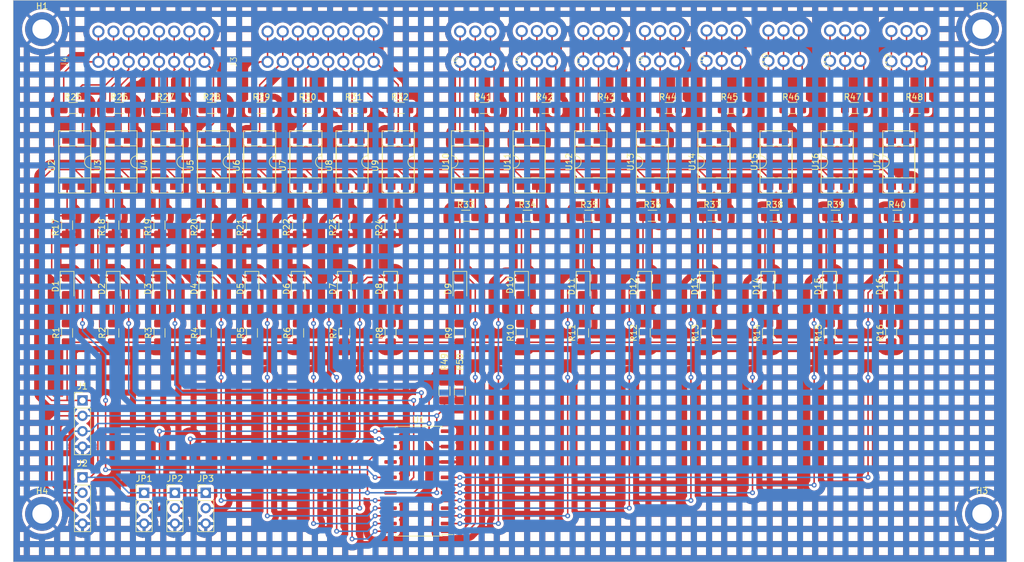
<source format=kicad_pcb>
(kicad_pcb (version 20221018) (generator pcbnew)
  (layers (0 "F.Cu" signal) (31 "B.Cu" signal) (34 "B.Paste" user) (35 "F.Paste" user) (36 "B.SilkS" user "B.Silkscreen") (37 "F.SilkS" user "F.Silkscreen") (38 "B.Mask" user) (39 "F.Mask" user) (44 "Edge.Cuts" user))
  (net 0 "")
  (net 1 "VDD")
  (net 2 "GND")
  (net 3 "Net-(J4-io-Pad1)")
  (net 4 "Net-(J4-io-Pad2)")
  (net 5 "Net-(J4-io-Pad3)")
  (net 6 "Net-(J4-io-Pad4)")
  (net 7 "Net-(J4-io-Pad5)")
  (net 8 "Net-(J4-io-Pad6)")
  (net 9 "Net-(J4-io-Pad7)")
  (net 10 "Net-(J4-io-Pad8)")
  (net 11 "Net-(JP1-C)")
  (net 12 "Net-(JP2-C)")
  (net 13 "Net-(JP3-C)")
  (net 14 "/a0")
  (net 15 "/a1")
  (net 16 "/a2")
  (net 17 "/a3")
  (net 18 "/a4")
  (net 19 "/a5")
  (net 20 "/a6")
  (net 21 "/a7")
  (net 22 "Net-(J6-Pad3)")
  (net 23 "Net-(J6-Pad2)")
  (net 24 "/b1")
  (net 25 "Net-(J7-Pad3)")
  (net 26 "Net-(J7-Pad2)")
  (net 27 "/b2")
  (net 28 "Net-(J8-Pad3)")
  (net 29 "Net-(J8-Pad2)")
  (net 30 "/b3")
  (net 31 "Net-(J9-Pad3)")
  (net 32 "Net-(J9-Pad2)")
  (net 33 "/b0")
  (net 34 "Net-(R25-Pad2)")
  (net 35 "/b4")
  (net 36 "Net-(R26-Pad2)")
  (net 37 "Net-(J10-Pad3)")
  (net 38 "Net-(J10-Pad2)")
  (net 39 "/b5")
  (net 40 "Net-(R28-Pad2)")
  (net 41 "Net-(J11-Pad3)")
  (net 42 "Net-(J11-Pad2)")
  (net 43 "/b6")
  (net 44 "Net-(R30-Pad2)")
  (net 45 "Net-(J12-Pad3)")
  (net 46 "Net-(J12-Pad2)")
  (net 47 "/b7")
  (net 48 "Net-(R32-Pad2)")
  (net 53 "Net-(J6-Pad1)")
  (net 54 "Net-(J7-Pad1)")
  (net 55 "Net-(J8-Pad1)")
  (net 56 "Net-(J9-Pad1)")
  (net 57 "Net-(J10-Pad1)")
  (net 58 "Net-(J11-Pad1)")
  (net 59 "Net-(J12-Pad1)")
  (net 60 "Net-(D1-A)")
  (net 61 "Net-(D2-A)")
  (net 62 "Net-(D3-A)")
  (net 63 "Net-(D4-A)")
  (net 64 "Net-(D5-A)")
  (net 65 "Net-(D6-A)")
  (net 66 "Net-(D7-A)")
  (net 67 "Net-(D8-A)")
  (net 68 "Net-(D9-A)")
  (net 69 "Net-(D10-A)")
  (net 70 "Net-(D11-A)")
  (net 71 "Net-(D12-A)")
  (net 72 "Net-(D13-A)")
  (net 73 "Net-(D14-A)")
  (net 74 "Net-(D15-A)")
  (net 75 "Net-(D16-A)")
  (net 76 "Net-(J1-Pin_2)")
  (net 77 "Net-(J1-Pin_3)")
  (net 78 "Net-(J3-io-Pad1)")
  (net 79 "Net-(J3-io-Pad2)")
  (net 80 "Net-(J3-io-Pad3)")
  (net 81 "Net-(J3-io-Pad4)")
  (net 82 "Net-(J3-io-Pad5)")
  (net 83 "Net-(J3-io-Pad6)")
  (net 84 "Net-(J3-io-Pad7)")
  (net 85 "Net-(J3-io-Pad8)")
  (net 86 "Net-(J5-Pad1)")
  (net 87 "Net-(J5-Pad2)")
  (net 88 "Net-(J5-Pad3)")
  (net 89 "Net-(R27-Pad2)")
  (net 90 "Net-(R29-Pad2)")
  (net 91 "Net-(R31-Pad2)")
  (net 92 "Net-(R33-Pad2)")
  (net 93 "Net-(R34-Pad2)")
  (net 94 "Net-(R35-Pad2)")
  (net 95 "Net-(R36-Pad2)")
  (net 96 "Net-(R37-Pad2)")
  (net 97 "Net-(R38-Pad2)")
  (net 98 "Net-(R39-Pad2)")
  (net 99 "Net-(R40-Pad2)")
  (footprint "Package_SO:SOIC-28W_7.5x17.9mm_P1.27mm" (layer "F.Cu") (at 82.12 94.615 180)
    (fp_text reference "U1")
    (fp_text value "MCP23017_SO")
  )
  (footprint "Package_DIP:DIP-4_W7.62mm_SMDSocket_SmallPads" (layer "F.Cu") (at 151.13 41.91 90)
    (fp_text reference "U16")
    (fp_text value "EL817")
  )
  (footprint "Package_DIP:DIP-4_W7.62mm_SMDSocket_SmallPads" (layer "F.Cu") (at 100.33 41.91 90)
    (fp_text reference "U11")
    (fp_text value "EL817")
  )
  (footprint "Package_DIP:DIP-4_W7.62mm_SMDSocket_SmallPads" (layer "F.Cu") (at 161.29 41.91 90)
    (fp_text reference "U17")
    (fp_text value "EL817")
  )
  (footprint "Connector_PinHeader_2.54mm:PinHeader_1x03_P2.54mm_Vertical" (layer "F.Cu") (at 46.99 96.52)
    (fp_text reference "JP3")
    (fp_text value "Jumper_3_Open")
  )
  (footprint "MountingHole:MountingHole_3.2mm_M3_DIN965_Pad_TopBottom" (layer "F.Cu") (at 175 100)
    (fp_text reference "H3")
    (fp_text value "MountingHole_Pad")
  )
  (footprint "Resistor_SMD:R_1206_3216Metric_Pad1.30x1.75mm_HandSolder" (layer "F.Cu") (at 54.61 52.35 -90)
    (fp_text reference "R21")
    (fp_text value "10k")
  )
  (footprint "Resistor_SMD:R_1206_3216Metric_Pad1.30x1.75mm_HandSolder" (layer "F.Cu") (at 24.13 70.13 90)
    (fp_text reference "R1")
    (fp_text value "R")
  )
  (footprint "Resistor_SMD:R_1206_3216Metric_Pad1.30x1.75mm_HandSolder" (layer "F.Cu") (at 149.86 70.13 90)
    (fp_text reference "R15")
    (fp_text value "R")
  )
  (footprint "Resistor_SMD:R_1206_3216Metric_Pad1.30x1.75mm_HandSolder" (layer "F.Cu") (at 56.16 33.02)
    (fp_text reference "R29")
    (fp_text value "R")
  )
  (footprint "LED_SMD:LED_1206_3216Metric_Pad1.42x1.75mm_HandSolder" (layer "F.Cu") (at 31.75 62.4475 -90)
    (fp_text reference "D2")
    (fp_text value "LED")
  )
  (footprint "LED_SMD:LED_1206_3216Metric_Pad1.42x1.75mm_HandSolder" (layer "F.Cu") (at 99.06 62.4475 -90)
    (fp_text reference "D10")
    (fp_text value "LED")
  )
  (footprint "Resistor_SMD:R_1206_3216Metric_Pad1.30x1.75mm_HandSolder" (layer "F.Cu") (at 153.95 33.02 180)
    (fp_text reference "R47")
    (fp_text value "R")
  )
  (footprint "Resistor_SMD:R_1206_3216Metric_Pad1.30x1.75mm_HandSolder" (layer "F.Cu") (at 110.21 50.8)
    (fp_text reference "R35")
    (fp_text value "10k")
  )
  (footprint "parts_tma_1:AST_041-3" (layer "F.Cu") (at 129.58 25.24 90)
    (fp_text reference "J9")
    (fp_text value "~")
  )
  (footprint "Package_DIP:DIP-4_W7.62mm_SMDSocket_SmallPads" (layer "F.Cu") (at 63.5 41.91 -90)
    (fp_text reference "U7")
    (fp_text value "EL817")
  )
  (footprint "parts_tma_1:AST_041-3" (layer "F.Cu") (at 88.94 25.4 90)
    (fp_text reference "J5")
    (fp_text value "~")
  )
  (footprint "Resistor_SMD:R_1206_3216Metric_Pad1.30x1.75mm_HandSolder" (layer "F.Cu") (at 62.23 52.35 -90)
    (fp_text reference "R22")
    (fp_text value "10k")
  )
  (footprint "Package_DIP:DIP-4_W7.62mm_SMDSocket_SmallPads" (layer "F.Cu") (at 48.26 41.91 -90)
    (fp_text reference "U5")
    (fp_text value "EL817")
  )
  (footprint "Resistor_SMD:R_1206_3216Metric_Pad1.30x1.75mm_HandSolder" (layer "F.Cu") (at 69.85 70.13 90)
    (fp_text reference "R7")
    (fp_text value "R")
  )
  (footprint "Package_DIP:DIP-4_W7.62mm_SMDSocket_SmallPads" (layer "F.Cu") (at 71.12 41.91 -90)
    (fp_text reference "U8")
    (fp_text value "EL817")
  )
  (footprint "Resistor_SMD:R_1206_3216Metric_Pad1.30x1.75mm_HandSolder" (layer "F.Cu") (at 79.02 33.02)
    (fp_text reference "R32")
    (fp_text value "R")
  )
  (footprint "parts_tma_1:AST_041-3" (layer "F.Cu") (at 99.1 25.32 90)
    (fp_text reference "J6")
    (fp_text value "~")
  )
  (footprint "Connector_PinHeader_2.54mm:PinHeader_1x04_P2.54mm_Vertical" (layer "F.Cu") (at 26.67 81.28)
    (fp_text reference "J1")
    (fp_text value "Conn_01x04_Pin")
  )
  (footprint "parts_tma_1:AST_041-3" (layer "F.Cu") (at 139.78 25.24 90)
    (fp_text reference "J10")
    (fp_text value "~")
  )
  (footprint "Resistor_SMD:R_1206_3216Metric_Pad1.30x1.75mm_HandSolder" (layer "F.Cu") (at 77.47 70.13 90)
    (fp_text reference "R8")
    (fp_text value "R")
  )
  (footprint "parts_tma_1:AST_041-3" (layer "F.Cu") (at 119.42 25.32 90)
    (fp_text reference "J8")
    (fp_text value "~")
  )
  (footprint "Resistor_SMD:R_1206_3216Metric_Pad1.30x1.75mm_HandSolder" (layer "F.Cu") (at 46.99 70.13 90)
    (fp_text reference "R4")
    (fp_text value "R")
  )
  (footprint "Package_DIP:DIP-4_W7.62mm_SMDSocket_SmallPads" (layer "F.Cu") (at 25.4 41.91 -90)
    (fp_text reference "U2")
    (fp_text value "EL817")
  )
  (footprint "Resistor_SMD:R_1206_3216Metric_Pad1.30x1.75mm_HandSolder" (layer "F.Cu") (at 109.22 70.13 90)
    (fp_text reference "R11")
    (fp_text value "R")
  )
  (footprint "parts_tma_1:AST_041-3" (layer "F.Cu") (at 109.26 25.32 90)
    (fp_text reference "J7")
    (fp_text value "~")
  )
  (footprint "parts_tma_1:AST_041-3" (layer "F.Cu") (at 149.94 25.24 90)
    (fp_text reference "J11")
    (fp_text value "~")
  )
  (footprint "Resistor_SMD:R_1206_3216Metric_Pad1.30x1.75mm_HandSolder" (layer "F.Cu") (at 164.11 33.02 180)
    (fp_text reference "R48")
    (fp_text value "R")
  )
  (footprint "Resistor_SMD:R_1206_3216Metric_Pad1.30x1.75mm_HandSolder" (layer "F.Cu") (at 161.01 50.8)
    (fp_text reference "R40")
    (fp_text value "10k")
  )
  (footprint "Resistor_SMD:R_1206_3216Metric_Pad1.30x1.75mm_HandSolder" (layer "F.Cu") (at 39.3625 52.35 -90)
    (fp_text reference "R19")
    (fp_text value "10k")
  )
  (footprint "Resistor_SMD:R_1206_3216Metric_Pad1.30x1.75mm_HandSolder" (layer "F.Cu") (at 25.12 33.02)
    (fp_text reference "R25")
    (fp_text value "R")
  )
  (footprint "Resistor_SMD:R_1206_3216Metric_Pad1.30x1.75mm_HandSolder" (layer "F.Cu") (at 150.85 50.8)
    (fp_text reference "R39")
    (fp_text value "10k")
  )
  (footprint "Package_DIP:DIP-4_W7.62mm_SMDSocket_SmallPads" (layer "F.Cu") (at 55.88 41.91 -90)
    (fp_text reference "U6")
    (fp_text value "EL817")
  )
  (footprint "Resistor_SMD:R_1206_3216Metric_Pad1.30x1.75mm_HandSolder" (layer "F.Cu") (at 120.65 50.8)
    (fp_text reference "R36")
    (fp_text value "10k")
  )
  (footprint "LED_SMD:LED_1206_3216Metric_Pad1.42x1.75mm_HandSolder" (layer "F.Cu") (at 39.4125 62.4475 -90)
    (fp_text reference "D3")
    (fp_text value "LED")
  )
  (footprint "Resistor_SMD:R_1206_3216Metric_Pad1.30x1.75mm_HandSolder" (layer "F.Cu") (at 88.9 70.13 90)
    (fp_text reference "R9")
    (fp_text value "R")
  )
  (footprint "Resistor_SMD:R_1206_3216Metric_Pad1.30x1.75mm_HandSolder" (layer "F.Cu") (at 92.99 33.02 180)
    (fp_text reference "R41")
    (fp_text value "R")
  )
  (footprint "parts_tma_1:AST041-08" (layer "F.Cu") (at 57.19 25.4 90)
    (fp_text reference "J3")
    (fp_text value "~")
  )
  (footprint "Resistor_SMD:R_1206_3216Metric_Pad1.30x1.75mm_HandSolder" (layer "F.Cu") (at 63.78 33.02)
    (fp_text reference "R30")
    (fp_text value "R")
  )
  (footprint "Resistor_SMD:R_1206_3216Metric_Pad1.30x1.75mm_HandSolder" (layer "F.Cu") (at 71.4 33.02)
    (fp_text reference "R31")
    (fp_text value "R")
  )
  (footprint "Resistor_SMD:R_1206_3216Metric_Pad1.30x1.75mm_HandSolder" (layer "F.Cu") (at 160.02 70.13 90)
    (fp_text reference "R16")
    (fp_text value "R")
  )
  (footprint "Resistor_SMD:R_1206_3216Metric_Pad1.30x1.75mm_HandSolder" (layer "F.Cu") (at 88.9 79.73 -90)
    (fp_text reference "R50")
    (fp_text value "4k7")
  )
  (footprint "Resistor_SMD:R_1206_3216Metric_Pad1.30x1.75mm_HandSolder" (layer "F.Cu") (at 119.38 70.13 90)
    (fp_text reference "R12")
    (fp_text value "R")
  )
  (footprint "Package_DIP:DIP-4_W7.62mm_SMDSocket_SmallPads" (layer "F.Cu") (at 130.81 41.91 90)
    (fp_text reference "U14")
    (fp_text value "EL817")
  )
  (footprint "LED_SMD:LED_1206_3216Metric_Pad1.42x1.75mm_HandSolder" (layer "F.Cu") (at 69.85 62.4475 -90)
    (fp_text reference "D7")
    (fp_text value "LED")
  )
  (footprint "Resistor_SMD:R_1206_3216Metric_Pad1.30x1.75mm_HandSolder" (layer "F.Cu") (at 31.75 70.13 90)
    (fp_text reference "R2")
    (fp_text value "R")
  )
  (footprint "Resistor_SMD:R_1206_3216Metric_Pad1.30x1.75mm_HandSolder" (layer "F.Cu") (at 140.77 50.8)
    (fp_text reference "R38")
    (fp_text value "10k")
  )
  (footprint "LED_SMD:LED_1206_3216Metric_Pad1.42x1.75mm_HandSolder" (layer "F.Cu") (at 119.38 62.4475 -90)
    (fp_text reference "D12")
    (fp_text value "LED")
  )
  (footprint "LED_SMD:LED_1206_3216Metric_Pad1.42x1.75mm_HandSolder" (layer "F.Cu") (at 149.86 62.4475 -90)
    (fp_text reference "D15")
    (fp_text value "LED")
  )
  (footprint "Resistor_SMD:R_1206_3216Metric_Pad1.30x1.75mm_HandSolder" (layer "F.Cu") (at 103.15 33.02 180)
    (fp_text reference "R42")
    (fp_text value "R")
  )
  (footprint "Resistor_SMD:R_1206_3216Metric_Pad1.30x1.75mm_HandSolder" (layer "F.Cu") (at 77.47 52.35 -90)
    (fp_text reference "R24")
    (fp_text value "10k")
  )
  (footprint "LED_SMD:LED_1206_3216Metric_Pad1.42x1.75mm_HandSolder" (layer "F.Cu") (at 62.23 62.4475 -90)
    (fp_text reference "D6")
    (fp_text value "LED")
  )
  (footprint "Resistor_SMD:R_1206_3216Metric_Pad1.30x1.75mm_HandSolder" (layer "F.Cu") (at 129.54 70.13 90)
    (fp_text reference "R13")
    (fp_text value "R")
  )
  (footprint "Resistor_SMD:R_1206_3216Metric_Pad1.30x1.75mm_HandSolder" (layer "F.Cu") (at 32.74 33.02)
    (fp_text reference "R26")
    (fp_text value "R")
  )
  (footprint "Resistor_SMD:R_1206_3216Metric_Pad1.30x1.75mm_HandSolder" (layer "F.Cu") (at 46.99 52.35 -90)
    (fp_text reference "R20")
    (fp_text value "10k")
  )
  (footprint "Package_DIP:DIP-4_W7.62mm_SMDSocket_SmallPads" (layer "F.Cu") (at 40.64 41.91 -90)
    (fp_text reference "U4")
    (fp_text value "EL817")
  )
  (footprint "Resistor_SMD:R_1206_3216Metric_Pad1.30x1.75mm_HandSolder" (layer "F.Cu") (at 47.98 33.02)
    (fp_text reference "R28")
    (fp_text value "R")
  )
  (footprint "Resistor_SMD:R_1206_3216Metric_Pad1.30x1.75mm_HandSolder" (layer "F.Cu") (at 100.05 50.8)
    (fp_text reference "R34")
    (fp_text value "10k")
  )
  (footprint "Resistor_SMD:R_1206_3216Metric_Pad1.30x1.75mm_HandSolder" (layer "F.Cu") (at 86.36 79.73 -90)
    (fp_text reference "R49")
    (fp_text value "4k7")
  )
  (footprint "Resistor_SMD:R_1206_3216Metric_Pad1.30x1.75mm_HandSolder" (layer "F.Cu") (at 130.53 50.8)
    (fp_text reference "R37")
    (fp_text value "10k")
  )
  (footprint "Resistor_SMD:R_1206_3216Metric_Pad1.30x1.75mm_HandSolder" (layer "F.Cu") (at 113.31 33.02 180)
    (fp_text reference "R43")
    (fp_text value "R")
  )
  (footprint "Connector_PinHeader_2.54mm:PinHeader_1x03_P2.54mm_Vertical" (layer "F.Cu") (at 41.91 96.52)
    (fp_text reference "JP2")
    (fp_text value "Jumper_3_Open")
  )
  (footprint "LED_SMD:LED_1206_3216Metric_Pad1.42x1.75mm_HandSolder" (layer "F.Cu") (at 24.13 62.4475 -90)
    (fp_text reference "D1")
    (fp_text value "LED")
  )
  (footprint "LED_SMD:LED_1206_3216Metric_Pad1.42x1.75mm_HandSolder" (layer "F.Cu") (at 160.02 62.4475 -90)
    (fp_text reference "D16")
    (fp_text value "LED")
  )
  (footprint "MountingHole:MountingHole_3.2mm_M3_DIN965_Pad_TopBottom" (layer "F.Cu") (at 20 20)
    (fp_text reference "H1")
    (fp_text value "MountingHole_Pad")
  )
  (footprint "Package_DIP:DIP-4_W7.62mm_SMDSocket_SmallPads" (layer "F.Cu") (at 90.17 41.91 90)
    (fp_text reference "U10")
    (fp_text value "EL817")
  )
  (footprint "Resistor_SMD:R_1206_3216Metric_Pad1.30x1.75mm_HandSolder" (layer "F.Cu") (at 139.7 70.13 90)
    (fp_text reference "R14")
    (fp_text value "R")
  )
  (footprint "parts_tma_1:AST_041-3" (layer "F.Cu") (at 160.06 25.32 90)
    (fp_text reference "J12")
    (fp_text value "~")
  )
  (footprint "Package_DIP:DIP-4_W7.62mm_SMDSocket_SmallPads" (layer "F.Cu") (at 33.02 41.91 -90)
    (fp_text reference "U3")
    (fp_text value "EL817")
  )
  (footprint "MountingHole:MountingHole_3.2mm_M3_DIN965_Pad_TopBottom" (layer "F.Cu") (at 175 20)
    (fp_text reference "H2")
    (fp_text value "MountingHole_Pad")
  )
  (footprint "Package_DIP:DIP-4_W7.62mm_SMDSocket_SmallPads" (layer "F.Cu") (at 110.49 41.91 90)
    (fp_text reference "U12")
    (fp_text value "EL817")
  )
  (footprint "parts_tma_1:AST041-08" (layer "F.Cu") (at 29.29 25.4 90)
    (fp_text reference "J4")
    (fp_text value "~")
  )
  (footprint "LED_SMD:LED_1206_3216Metric_Pad1.42x1.75mm_HandSolder" (layer "F.Cu") (at 46.99 62.4475 -90)
    (fp_text reference "D4")
    (fp_text value "LED")
  )
  (footprint "Package_DIP:DIP-4_W7.62mm_SMDSocket_SmallPads" (layer "F.Cu") (at 141.05 41.91 90)
    (fp_text reference "U15")
    (fp_text value "EL817")
  )
  (footprint "LED_SMD:LED_1206_3216Metric_Pad1.42x1.75mm_HandSolder" (layer "F.Cu") (at 129.54 62.4475 -90)
    (fp_text reference "D13")
    (fp_text value "LED")
  )
  (footprint "LED_SMD:LED_1206_3216Metric_Pad1.42x1.75mm_HandSolder" (layer "F.Cu") (at 109.22 62.4475 -90)
    (fp_text reference "D11")
    (fp_text value "LED")
  )
  (footprint "LED_SMD:LED_1206_3216Metric_Pad1.42x1.75mm_HandSolder" (layer "F.Cu") (at 139.7 62.4475 -90)
    (fp_text reference "D14")
    (fp_text value "LED")
  )
  (footprint "Package_DIP:DIP-4_W7.62mm_SMDSocket_SmallPads" (layer "F.Cu") (at 120.65 41.91 90)
    (fp_text reference "U13")
    (fp_text value "EL817")
  )
  (footprint "Resistor_SMD:R_1206_3216Metric_Pad1.30x1.75mm_HandSolder" (layer "F.Cu") (at 143.79 33.02 180)
    (fp_text reference "R46")
    (fp_text value "R")
  )
  (footprint "MountingHole:MountingHole_3.2mm_M3_DIN965_Pad_TopBottom" (layer "F.Cu") (at 20 100)
    (fp_text reference "H4")
    (fp_text value "MountingHole_Pad")
  )
  (footprint "LED_SMD:LED_1206_3216Metric_Pad1.42x1.75mm_HandSolder" (layer "F.Cu") (at 54.61 62.4475 -90)
    (fp_text reference "D5")
    (fp_text value "LED")
  )
  (footprint "Resistor_SMD:R_1206_3216Metric_Pad1.30x1.75mm_HandSolder" (layer "F.Cu") (at 40.36 33.02)
    (fp_text reference "R27")
    (fp_text value "R")
  )
  (footprint "Package_DIP:DIP-4_W7.62mm_SMDSocket_SmallPads" (layer "F.Cu") (at 78.74 41.91 -90)
    (fp_text reference "U9")
    (fp_text value "EL817")
  )
  (footprint "Resistor_SMD:R_1206_3216Metric_Pad1.30x1.75mm_HandSolder" (layer "F.Cu") (at 62.23 70.13 90)
    (fp_text reference "R6")
    (fp_text value "R")
  )
  (footprint "Resistor_SMD:R_1206_3216Metric_Pad1.30x1.75mm_HandSolder" (layer "F.Cu") (at 133.63 33.02 180)
    (fp_text reference "R45")
    (fp_text value "R")
  )
  (footprint "LED_SMD:LED_1206_3216Metric_Pad1.42x1.75mm_HandSolder" (layer "F.Cu") (at 77.47 62.4475 -90)
    (fp_text reference "D8")
    (fp_text value "LED")
  )
  (footprint "Resistor_SMD:R_1206_3216Metric_Pad1.30x1.75mm_HandSolder" (layer "F.Cu") (at 99.06 70.13 90)
    (fp_text reference "R10")
    (fp_text value "R")
  )
  (footprint "Resistor_SMD:R_1206_3216Metric_Pad1.30x1.75mm_HandSolder" (layer "F.Cu") (at 31.75 52.35 -90)
    (fp_text reference "R18")
    (fp_text value "10k")
  )
  (footprint "LED_SMD:LED_1206_3216Metric_Pad1.42x1.75mm_HandSolder" (layer "F.Cu") (at 88.9 62.4475 -90)
    (fp_text reference "D9")
    (fp_text value "LED")
  )
  (footprint "Resistor_SMD:R_1206_3216Metric_Pad1.30x1.75mm_HandSolder" (layer "F.Cu") (at 24.13 52.35 -90)
    (fp_text reference "R17")
    (fp_text value "10k")
  )
  (footprint "Connector_PinHeader_2.54mm:PinHeader_1x03_P2.54mm_Vertical" (layer "F.Cu") (at 36.83 96.52)
    (fp_text reference "JP1")
    (fp_text value "Jumper_3_Open")
  )
  (footprint "Resistor_SMD:R_1206_3216Metric_Pad1.30x1.75mm_HandSolder" (layer "F.Cu") (at 39.3625 70.13 90)
    (fp_text reference "R3")
    (fp_text value "R")
  )
  (footprint "Resistor_SMD:R_1206_3216Metric_Pad1.30x1.75mm_HandSolder" (layer "F.Cu") (at 123.47 33.02 180)
    (fp_text reference "R44")
    (fp_text value "R")
  )
  (footprint "Resistor_SMD:R_1206_3216Metric_Pad1.30x1.75mm_HandSolder" (layer "F.Cu") (at 54.61 70.13 90)
    (fp_text reference "R5")
    (fp_text value "R")
  )
  (footprint "Resistor_SMD:R_1206_3216Metric_Pad1.30x1.75mm_HandSolder" (layer "F.Cu") (at 89.89 50.8)
    (fp_text reference "R33")
    (fp_text value "10k")
  )
  (footprint "Connector_PinHeader_2.54mm:PinHeader_1x04_P2.54mm_Vertical" (layer "F.Cu") (at 26.67 93.98)
    (fp_text reference "J2")
    (fp_text value "Conn_01x04_Pin")
  )
  (footprint "Resistor_SMD:R_1206_3216Metric_Pad1.30x1.75mm_HandSolder" (layer "F.Cu") (at 69.85 52.35 -90)
    (fp_text reference "R23")
    (fp_text value "10k")
  )
  (gr_rect (start 15.24 15.24) (end 179.07 107.95) (stroke (width 0.1)) (fill none) (layer "Edge.Cuts"))
  (segment (start 46.99 71.68) (end 54.61 71.68) (width 0.25) (layer "F.Cu") (net 1))
  (segment (start 26.67 93.98) (end 27.94 93.98) (width 0.25) (layer "F.Cu") (net 1))
  (segment (start 88.9 71.68) (end 99.06 71.68) (width 0.25) (layer "F.Cu") (net 1))
  (segment (start 26.67 44.45) (end 25.4 43.18) (width 0.25) (layer "F.Cu") (net 1))
  (segment (start 109.22 45.72) (end 109.22 44.45) (width 0.25) (layer "F.Cu") (net 1))
  (segment (start 41.91 45.72) (end 41.91 44.45) (width 0.25) (layer "F.Cu") (net 1))
  (segment (start 158.75 43.18) (end 148.59 43.18) (width 0.25) (layer "F.Cu") (net 1))
  (segment (start 80.01 45.72) (end 80.01 44.45) (width 0.25) (layer "F.Cu") (net 1))
  (segment (start 77.47 90.17) (end 74.93 90.17) (width 0.25) (layer "F.Cu") (net 1))
  (segment (start 57.15 44.45) (end 55.88 43.18) (width 0.25) (layer "F.Cu") (net 1))
  (segment (start 41.91 44.45) (end 40.64 43.18) (width 0.25) (layer "F.Cu") (net 1))
  (segment (start 119.38 44.45) (end 118.11 43.18) (width 0.25) (layer "F.Cu") (net 1))
  (segment (start 27.94 81.28) (end 26.67 81.28) (width 0.25) (layer "F.Cu") (net 1))
  (segment (start 48.26 43.18) (end 40.64 43.18) (width 0.25) (layer "F.Cu") (net 1))
  (segment (start 31.75 71.68) (end 39.3625 71.68) (width 0.25) (layer "F.Cu") (net 1))
  (segment (start 34.29 45.72) (end 34.29 44.45) (width 0.25) (layer "F.Cu") (net 1))
  (segment (start 64.77 45.72) (end 64.77 44.45) (width 0.25) (layer "F.Cu") (net 1))
  (segment (start 27.94 93.98) (end 29.21 92.71) (width 0.25) (layer "F.Cu") (net 1))
  (segment (start 109.22 44.45) (end 107.95 43.18) (width 0.25) (layer "F.Cu") (net 1))
  (segment (start 85.09 93.345) (end 85.725 92.71) (width 0.25) (layer "F.Cu") (net 1))
  (segment (start 107.95 43.18) (end 97.79 43.18) (width 0.25) (layer "F.Cu") (net 1))
  (segment (start 20.32 80.01) (end 20.32 44.45) (width 0.25) (layer "F.Cu") (net 1))
  (segment (start 119.38 45.72) (end 119.38 44.45) (width 0.25) (layer "F.Cu") (net 1))
  (segment (start 88.9 44.45) (end 87.63 43.18) (width 0.25) (layer "F.Cu") (net 1))
  (segment (start 49.53 45.72) (end 49.53 44.45) (width 0.25) (layer "F.Cu") (net 1))
  (segment (start 57.15 45.72) (end 57.15 44.45) (width 0.25) (layer "F.Cu") (net 1))
  (segment (start 138.43 43.18) (end 118.11 43.18) (width 0.25) (layer "F.Cu") (net 1))
  (segment (start 149.86 45.72) (end 149.86 44.45) (width 0.25) (layer "F.Cu") (net 1))
  (segment (start 160.02 45.72) (end 160.02 44.45) (width 0.25) (layer "F.Cu") (net 1))
  (segment (start 139.7 71.68) (end 149.86 71.68) (width 0.25) (layer "F.Cu") (net 1))
  (segment (start 149.86 44.45) (end 148.59 43.18) (width 0.25) (layer "F.Cu") (net 1))
  (segment (start 129.54 45.72) (end 129.54 44.45) (width 0.25) (layer "F.Cu") (net 1))
  (segment (start 88.9 71.68) (end 77.47 71.68) (width 0.25) (layer "F.Cu") (net 1))
  (segment (start 49.53 44.45) (end 48.26 43.18) (width 0.25) (layer "F.Cu") (net 1))
  (segment (start 34.29 44.45) (end 33.02 43.18) (width 0.25) (layer "F.Cu") (net 1))
  (segment (start 40.64 43.18) (end 25.4 43.18) (width 0.25) (layer "F.Cu") (net 1))
  (segment (start 99.06 45.72) (end 99.06 44.45) (width 0.25) (layer "F.Cu") (net 1))
  (segment (start 97.79 43.18) (end 78.74 43.18) (width 0.25) (layer "F.Cu") (net 1))
  (segment (start 160.02 44.45) (end 158.75 43.18) (width 0.25) (layer "F.Cu") (net 1))
  (segment (start 85.725 92.71) (end 86.77 92.71) (width 0.25) (layer "F.Cu") (net 1))
  (segment (start 73.66 91.44) (end 73.66 96.52) (width 0.25) (layer "F.Cu") (net 1))
  (segment (start 149.86 71.68) (end 160.02 71.68) (width 0.25) (layer "F.Cu") (net 1))
  (segment (start 29.21 82.55) (end 27.94 81.28) (width 0.25) (layer "F.Cu") (net 1))
  (segment (start 72.39 45.72) (end 72.39 44.45) (width 0.25) (layer "F.Cu") (net 1))
  (segment (start 88.9 71.68) (end 88.9 78.18) (width 0.25) (layer "F.Cu") (net 1))
  (segment (start 129.54 44.45) (end 128.27 43.18) (width 0.25) (layer "F.Cu") (net 1))
  (segment (start 21.59 43.18) (end 25.4 43.18) (width 0.25) (layer "F.Cu") (net 1))
  (segment (start 78.74 43.18) (end 48.26 43.18) (width 0.25) (layer "F.Cu") (net 1))
  (segment (start 118.11 43.18) (end 107.95 43.18) (width 0.25) (layer "F.Cu") (net 1))
  (segment (start 85.09 96.52) (end 85.09 93.345) (width 0.25) (layer "F.Cu") (net 1))
  (segment (start 88.9 45.72) (end 88.9 44.45) (width 0.25) (layer "F.Cu") (net 1))
  (segment (start 24.13 81.28) (end 21.59 81.28) (width 0.25) (layer "F.Cu") (net 1))
  (segment (start 24.13 71.68) (end 24.13 81.28) (width 0.25) (layer "F.Cu") (net 1))
  (segment (start 29.21 92.71) (end 29.21 82.55) (width 0.25) (layer "F.Cu") (net 1))
  (segment (start 74.93 90.17) (end 73.66 91.44) (width 0.25) (layer "F.Cu") (net 1))
  (segment (start 21.59 81.28) (end 20.32 80.01) (width 0.25) (layer "F.Cu") (net 1))
  (segment (start 39.3625 71.68) (end 46.99 71.68) (width 0.25) (layer "F.Cu") (net 1))
  (segment (start 88.9 78.18) (end 86.36 78.18) (width 0.25) (layer "F.Cu") (net 1))
  (segment (start 80.01 44.45) (end 78.74 43.18) (width 0.25) (layer "F.Cu") (net 1))
  (segment (start 26.67 45.72) (end 26.67 44.45) (width 0.25) (layer "F.Cu") (net 1))
  (segment (start 109.22 71.68) (end 119.38 71.68) (width 0.25) (layer "F.Cu") (net 1))
  (segment (start 119.38 71.68) (end 129.54 71.68) (width 0.25) (layer "F.Cu") (net 1))
  (segment (start 99.06 44.45) (end 97.79 43.18) (width 0.25) (layer "F.Cu") (net 1))
  (segment (start 69.85 71.68) (end 62.23 71.68) (width 0.25) (layer "F.Cu") (net 1))
  (segment (start 54.61 71.68) (end 62.23 71.68) (width 0.25) (layer "F.Cu") (net 1))
  (segment (start 24.13 71.68) (end 31.75 71.68) (width 0.25) (layer "F.Cu") (net 1))
  (segment (start 148.59 43.18) (end 138.43 43.18) (width 0.25) (layer "F.Cu") (net 1))
  (segment (start 77.47 71.68) (end 69.85 71.68) (width 0.25) (layer "F.Cu") (net 1))
  (segment (start 139.78 45.72) (end 139.78 44.53) (width 0.25) (layer "F.Cu") (net 1))
  (segment (start 99.06 71.68) (end 109.22 71.68) (width 0.25) (layer "F.Cu") (net 1))
  (segment (start 139.78 44.53) (end 138.43 43.18) (width 0.25) (layer "F.Cu") (net 1))
  (segment (start 129.54 71.68) (end 139.7 71.68) (width 0.25) (layer "F.Cu") (net 1))
  (segment (start 64.77 44.45) (end 63.5 43.18) (width 0.25) (layer "F.Cu") (net 1))
  (segment (start 72.39 44.45) (end 71.12 43.18) (width 0.25) (layer "F.Cu") (net 1))
  (segment (start 24.13 81.28) (end 26.67 81.28) (width 0.25) (layer "F.Cu") (net 1))
  (segment (start 20.32 44.45) (end 21.59 43.18) (width 0.25) (layer "F.Cu") (net 1))
  (via (at 73.66 96.52) (size 0.8) (drill 0.4) (layers "F.Cu" "B.Cu") (net 1))
  (via (at 85.09 96.52) (size 0.8) (drill 0.4) (layers "F.Cu" "B.Cu") (net 1))
  (segment (start 34.29 96.52) (end 36.83 96.52) (width 0.25) (layer "B.Cu") (net 1))
  (segment (start 36.83 96.52) (end 41.91 96.52) (width 0.25) (layer "B.Cu") (net 1))
  (segment (start 31.75 93.98) (end 26.67 93.98) (width 0.25) (layer "B.Cu") (net 1))
  (segment (start 31.75 93.98) (end 34.29 96.52) (width 0.25) (layer "B.Cu") (net 1))
  (segment (start 73.66 96.52) (end 85.09 96.52) (width 0.25) (layer "B.Cu") (net 1))
  (segment (start 73.66 96.52) (end 46.99 96.52) (width 0.25) (layer "B.Cu") (net 1))
  (segment (start 41.91 96.52) (end 46.99 96.52) (width 0.25) (layer "B.Cu") (net 1))
  (segment (start 29.29 20.4) (end 29.29 25.4) (width 0.25) (layer "F.Cu") (net 3))
  (segment (start 23.57 27.23) (end 23.57 33.02) (width 0.25) (layer "F.Cu") (net 3))
  (segment (start 29.29 25.4) (end 25.4 25.4) (width 0.25) (layer "F.Cu") (net 3))
  (segment (start 25.4 25.4) (end 23.57 27.23) (width 0.25) (layer "F.Cu") (net 3))
  (segment (start 24.13 38.1) (end 25.4 36.83) (width 0.25) (layer "F.Cu") (net 4))
  (segment (start 31.79 27.9) (end 31.79 25.4) (width 0.25) (layer "F.Cu") (net 4))
  (segment (start 30.48 29.21) (end 31.79 27.9) (width 0.25) (layer "F.Cu") (net 4))
  (segment (start 25.4 30.48) (end 26.67 29.21) (width 0.25) (layer "F.Cu") (net 4))
  (segment (start 31.79 20.4) (end 31.79 25.4) (width 0.25) (layer "F.Cu") (net 4))
  (segment (start 26.67 29.21) (end 30.48 29.21) (width 0.25) (layer "F.Cu") (net 4))
  (segment (start 25.4 36.83) (end 25.4 30.48) (width 0.25) (layer "F.Cu") (net 4))
  (segment (start 34.29 25.4) (end 34.29 26.67) (width 0.25) (layer "F.Cu") (net 5))
  (segment (start 34.29 26.67) (end 31.19 29.77) (width 0.25) (layer "F.Cu") (net 5))
  (segment (start 34.29 20.4) (end 34.29 25.4) (width 0.25) (layer "F.Cu") (net 5))
  (segment (start 31.19 29.77) (end 31.19 33.02) (width 0.25) (layer "F.Cu") (net 5))
  (segment (start 36.83 26.67) (end 36.79 26.63) (width 0.25) (layer "F.Cu") (net 6))
  (segment (start 36.79 20.4) (end 36.79 25.4) (width 0.25) (layer "F.Cu") (net 6))
  (segment (start 36.79 26.63) (end 36.79 25.4) (width 0.25) (layer "F.Cu") (net 6))
  (segment (start 34.29 27.94) (end 35.56 27.94) (width 0.25) (layer "F.Cu") (net 6))
  (segment (start 33.02 36.83) (end 33.02 29.21) (width 0.25) (layer "F.Cu") (net 6))
  (segment (start 31.75 38.1) (end 33.02 36.83) (width 0.25) (layer "F.Cu") (net 6))
  (segment (start 33.02 29.21) (end 34.29 27.94) (width 0.25) (layer "F.Cu") (net 6))
  (segment (start 35.56 27.94) (end 36.83 26.67) (width 0.25) (layer "F.Cu") (net 6))
  (segment (start 39.29 25.4) (end 39.29 32.54) (width 0.25) (layer "F.Cu") (net 7))
  (segment (start 39.29 20.4) (end 39.29 25.4) (width 0.25) (layer "F.Cu") (net 7))
  (segment (start 39.29 32.54) (end 38.81 33.02) (width 0.25) (layer "F.Cu") (net 7))
  (segment (start 40.64 27.94) (end 41.91 26.67) (width 0.25) (layer "F.Cu") (net 8))
  (segment (start 41.79 20.4) (end 41.79 25.4) (width 0.25) (layer "F.Cu") (net 8))
  (segment (start 41.91 26.67) (end 41.79 26.55) (width 0.25) (layer "F.Cu") (net 8))
  (segment (start 40.64 36.83) (end 40.64 27.94) (width 0.25) (layer "F.Cu") (net 8))
  (segment (start 41.79 26.55) (end 41.79 25.4) (width 0.25) (layer "F.Cu") (net 8))
  (segment (start 39.37 38.1) (end 40.64 36.83) (width 0.25) (layer "F.Cu") (net 8))
  (segment (start 44.29 25.4) (end 44.29 30.88) (width 0.25) (layer "F.Cu") (net 9))
  (segment (start 44.29 30.88) (end 46.43 33.02) (width 0.25) (layer "F.Cu") (net 9))
  (segment (start 44.29 20.4) (end 44.29 25.4) (width 0.25) (layer "F.Cu") (net 9))
  (segment (start 46.79 20.4) (end 46.79 25.4) (width 0.25) (layer "F.Cu") (net 10))
  (segment (start 48.26 26.87) (end 46.79 25.4) (width 0.25) (layer "F.Cu") (net 10))
  (segment (start 48.26 35.56) (end 48.26 26.87) (width 0.25) (layer "F.Cu") (net 10))
  (segment (start 46.99 38.1) (end 46.99 36.83) (width 0.25) (layer "F.Cu") (net 10))
  (segment (start 46.99 36.83) (end 48.26 35.56) (width 0.25) (layer "F.Cu") (net 10))
  (segment (start 36.83 99.06) (end 38.1 99.06) (width 0.25) (layer "F.Cu") (net 11))
  (segment (start 74.93 86.36) (end 77.47 86.36) (width 0.25) (layer "F.Cu") (net 11))
  (segment (start 39.37 97.79) (end 39.37 86.36) (width 0.25) (layer "F.Cu") (net 11))
  (segment (start 38.1 99.06) (end 39.37 97.79) (width 0.25) (layer "F.Cu") (net 11))
  (via (at 74.93 86.36) (size 0.8) (drill 0.4) (layers "F.Cu" "B.Cu") (net 11))
  (via (at 39.37 86.36) (size 0.8) (drill 0.4) (layers "F.Cu" "B.Cu") (net 11))
  (segment (start 39.37 86.36) (end 74.93 86.36) (width 0.25) (layer "B.Cu") (net 11))
  (segment (start 44.45 97.79) (end 44.45 87.63) (width 0.25) (layer "F.Cu") (net 12))
  (segment (start 75.565 87.63) (end 77.47 87.63) (width 0.25) (layer "F.Cu") (net 12))
  (segment (start 41.91 99.06) (end 43.18 99.06) (width 0.25) (layer "F.Cu") (net 12))
  (segment (start 43.18 99.06) (end 44.45 97.79) (width 0.25) (layer "F.Cu") (net 12))
  (via (at 44.45 87.63) (size 0.8) (drill 0.4) (layers "F.Cu" "B.Cu") (net 12))
  (via (at 75.565 87.63) (size 0.8) (drill 0.4) (layers "F.Cu" "B.Cu") (net 12))
  (segment (start 44.45 87.63) (end 75.565 87.63) (width 0.25) (layer "B.Cu") (net 12))
  (segment (start 72.39 99.06) (end 72.39 89.535) (width 0.25) (layer "F.Cu") (net 13))
  (segment (start 73.025 88.9) (end 77.47 88.9) (width 0.25) (layer "F.Cu") (net 13))
  (segment (start 72.39 89.535) (end 73.025 88.9) (width 0.25) (layer "F.Cu") (net 13))
  (via (at 72.39 99.06) (size 0.8) (drill 0.4) (layers "F.Cu" "B.Cu") (net 13))
  (segment (start 46.99 99.06) (end 72.39 99.06) (width 0.25) (layer "B.Cu") (net 13))
  (segment (start 22.86 50.8) (end 21.59 52.07) (width 0.25) (layer "F.Cu") (net 14))
  (segment (start 30.48 81.28) (end 30.48 92.71) (width 0.25) (layer "F.Cu") (net 14))
  (segment (start 21.59 59.69) (end 22.86 60.96) (width 0.25) (layer "F.Cu") (net 14))
  (segment (start 24.13 50.8) (end 22.86 50.8) (width 0.25) (layer "F.Cu") (net 14))
  (segment (start 26.67 62.23) (end 25.4 60.96) (width 0.25) (layer "F.Cu") (net 14))
  (segment (start 26.67 68.58) (end 26.67 62.23) (width 0.25) (layer "F.Cu") (net 14))
  (segment (start 22.86 60.96) (end 24.13 60.96) (width 0.25) (layer "F.Cu") (net 14))
  (segment (start 21.59 52.07) (end 21.59 59.69) (width 0.25) (layer "F.Cu") (net 14))
  (segment (start 24.13 45.72) (end 24.13 50.8) (width 0.25) (layer "F.Cu") (net 14))
  (segment (start 74.93 93.98) (end 77.47 93.98) (width 0.25) (layer "F.Cu") (net 14))
  (segment (start 25.4 60.96) (end 24.13 60.96) (width 0.25) (layer "F.Cu") (net 14))
  (via (at 74.93 93.98) (size 0.8) (drill 0.4) (layers "F.Cu" "B.Cu") (net 14))
  (via (at 26.67 68.58) (size 0.8) (drill 0.4) (layers "F.Cu" "B.Cu") (net 14))
  (via (at 30.48 92.71) (size 0.8) (drill 0.4) (layers "F.Cu" "B.Cu") (net 14))
  (via (at 30.48 81.28) (size 0.8) (drill 0.4) (layers "F.Cu" "B.Cu") (net 14))
  (segment (start 29.21 72.39) (end 30.48 73.66) (width 0.25) (layer "B.Cu") (net 14))
  (segment (start 30.48 73.66) (end 30.48 81.28) (width 0.25) (layer "B.Cu") (net 14))
  (segment (start 73.66 92.71) (end 74.93 93.98) (width 0.25) (layer "B.Cu") (net 14))
  (segment (start 30.48 92.71) (end 73.66 92.71) (width 0.25) (layer "B.Cu") (net 14))
  (segment (start 26.67 69.85) (end 29.21 72.39) (width 0.25) (layer "B.Cu") (net 14))
  (segment (start 26.67 68.58) (end 26.67 69.85) (width 0.25) (layer "B.Cu") (net 14))
  (segment (start 30.48 60.96) (end 31.75 60.96) (width 0.25) (layer "F.Cu") (net 15))
  (segment (start 30.48 50.8) (end 29.21 52.07) (width 0.25) (layer "F.Cu") (net 15))
  (segment (start 33.02 60.96) (end 31.75 60.96) (width 0.25) (layer "F.Cu") (net 15))
  (segment (start 80.01 95.25) (end 81.28 93.98) (width 0.25) (layer "F.Cu") (net 15))
  (segment (start 29.21 59.69) (end 30.48 60.96) (width 0.25) (layer "F.Cu") (net 15))
  (segment (start 77.47 95.25) (end 80.01 95.25) (width 0.25) (layer "F.Cu") (net 15))
  (segment (start 31.75 50.8) (end 30.48 50.8) (width 0.25) (layer "F.Cu") (net 15))
  (segment (start 34.29 62.23) (end 33.02 60.96) (width 0.25) (layer "F.Cu") (net 15))
  (segment (start 34.29 68.58) (end 34.29 62.23) (width 0.25) (layer "F.Cu") (net 15))
  (segment (start 81.28 93.98) (end 81.28 81.28) (width 0.25) (layer "F.Cu") (net 15))
  (segment (start 29.21 52.07) (end 29.21 59.69) (width 0.25) (layer "F.Cu") (net 15))
  (segment (start 31.75 45.72) (end 31.75 50.8) (width 0.25) (layer "F.Cu") (net 15))
  (via (at 34.29 68.58) (size 0.8) (drill 0.4) (layers "F.Cu" "B.Cu") (net 15))
  (via (at 81.28 81.28) (size 0.8) (drill 0.4) (layers "F.Cu" "B.Cu") (net 15))
  (segment (start 34.29 80.01) (end 35.56 81.28) (width 0.25) (layer "B.Cu") (net 15))
  (segment (start 35.56 81.28) (end 81.28 81.28) (width 0.25) (layer "B.Cu") (net 15))
  (segment (start 34.29 68.58) (end 34.29 80.01) (width 0.25) (layer "B.Cu") (net 15))
  (segment (start 39.37 50.7925) (end 39.3625 50.8) (width 0.25) (layer "F.Cu") (net 16))
  (segment (start 38.1 50.8) (end 36.83 52.07) (width 0.25) (layer "F.Cu") (net 16))
  (segment (start 36.83 52.07) (end 36.83 59.69) (width 0.25) (layer "F.Cu") (net 16))
  (segment (start 39.3625 50.8) (end 38.1 50.8) (width 0.25) (layer "F.Cu") (net 16))
  (segment (start 36.83 59.69) (end 38.1 60.96) (width 0.25) (layer "F.Cu") (net 16))
  (segment (start 82.55 80.01) (end 82.55 95.25) (width 0.25) (layer "F.Cu") (net 16))
  (segment (start 40.64 60.96) (end 39.4125 60.96) (width 0.25) (layer "F.Cu") (net 16))
  (segment (start 41.91 62.23) (end 40.64 60.96) (width 0.25) (layer "F.Cu") (net 16))
  (segment (start 39.37 45.72) (end 39.37 50.7925) (width 0.25) (layer "F.Cu") (net 16))
  (segment (start 38.1 60.96) (end 39.4125 60.96) (width 0.25) (layer "F.Cu") (net 16))
  (segment (start 82.55 95.25) (end 81.28 96.52) (width 0.25) (layer "F.Cu") (net 16))
  (segment (start 41.91 68.58) (end 41.91 62.23) (width 0.25) (layer "F.Cu") (net 16))
  (segment (start 81.28 96.52) (end 77.47 96.52) (width 0.25) (layer "F.Cu") (net 16))
  (via (at 41.91 68.58) (size 0.8) (drill 0.4) (layers "F.Cu" "B.Cu") (net 16))
  (via (at 82.55 80.01) (size 0.8) (drill 0.4) (layers "F.Cu" "B.Cu") (net 16))
  (segment (start 41.91 68.58) (end 41.91 78.74) (width 0.25) (layer "B.Cu") (net 16))
  (segment (start 43.18 80.01) (end 82.55 80.01) (width 0.25) (layer "B.Cu") (net 16))
  (segment (start 41.91 78.74) (end 43.18 80.01) (width 0.25) (layer "B.Cu") (net 16))
  (segment (start 49.53 62.23) (end 48.26 60.96) (width 0.25) (layer "F.Cu") (net 17))
  (segment (start 46.99 50.8) (end 45.72 50.8) (width 0.25) (layer "F.Cu") (net 17))
  (segment (start 49.53 97.79) (end 49.53 77.47) (width 0.25) (layer "F.Cu") (net 17))
  (segment (start 48.26 60.96) (end 46.99 60.96) (width 0.25) (layer "F.Cu") (net 17))
  (segment (start 49.53 68.58) (end 49.53 62.23) (width 0.25) (layer "F.Cu") (net 17))
  (segment (start 44.45 59.69) (end 45.72 60.96) (width 0.25) (layer "F.Cu") (net 17))
  (segment (start 45.72 60.96) (end 46.99 60.96) (width 0.25) (layer "F.Cu") (net 17))
  (segment (start 45.72 50.8) (end 44.45 52.07) (width 0.25) (layer "F.Cu") (net 17))
  (segment (start 44.45 52.07) (end 44.45 59.69) (width 0.25) (layer "F.Cu") (net 17))
  (segment (start 46.99 45.72) (end 46.99 50.8) (width 0.25) (layer "F.Cu") (net 17))
  (segment (start 77.47 97.79) (end 74.93 97.79) (width 0.25) (layer "F.Cu") (net 17))
  (via (at 49.53 97.79) (size 0.8) (drill 0.4) (layers "F.Cu" "B.Cu") (net 17))
  (via (at 49.53 68.58) (size 0.8) (drill 0.4) (layers "F.Cu" "B.Cu") (net 17))
  (via (at 49.53 77.47) (size 0.8) (drill 0.4) (layers "F.Cu" "B.Cu") (net 17))
  (via (at 74.93 97.79) (size 0.8) (drill 0.4) (layers "F.Cu" "B.Cu") (net 17))
  (segment (start 49.53 77.47) (end 49.53 68.58) (width 0.25) (layer "B.Cu") (net 17))
  (segment (start 74.93 97.79) (end 49.53 97.79) (width 0.25) (layer "B.Cu") (net 17))
  (segment (start 57.15 62.23) (end 55.88 60.96) (width 0.25) (layer "F.Cu") (net 18))
  (segment (start 74.93 99.06) (end 77.47 99.06) (width 0.25) (layer "F.Cu") (net 18))
  (segment (start 52.07 52.07) (end 53.34 50.8) (width 0.25) (layer "F.Cu") (net 18))
  (segment (start 54.61 60.96) (end 53.34 60.96) (width 0.25) (layer "F.Cu") (net 18))
  (segment (start 53.34 60.96) (end 52.07 59.69) (width 0.25) (layer "F.Cu") (net 18))
  (segment (start 52.07 59.69) (end 52.07 52.07) (width 0.25) (layer "F.Cu") (net 18))
  (segment (start 57.15 68.58) (end 57.15 62.23) (width 0.25) (layer "F.Cu") (net 18))
  (segment (start 55.88 60.96) (end 54.61 60.96) (width 0.25) (layer "F.Cu") (net 18))
  (segment (start 57.15 77.47) (end 57.15 100.33) (width 0.25) (layer "F.Cu") (net 18))
  (segment (start 54.61 45.72) (end 54.61 50.8) (width 0.25) (layer "F.Cu") (net 18))
  (segment (start 53.34 50.8) (end 54.61 50.8) (width 0.25) (layer "F.Cu") (net 18))
  (via (at 57.15 77.47) (size 0.8) (drill 0.4) (layers "F.Cu" "B.Cu") (net 18))
  (via (at 74.93 99.06) (size 0.8) (drill 0.4) (layers "F.Cu" "B.Cu") (net 18))
  (via (at 57.15 68.58) (size 0.8) (drill 0.4) (layers "F.Cu" "B.Cu") (net 18))
  (via (at 57.15 100.33) (size 0.8) (drill 0.4) (layers "F.Cu" "B.Cu") (net 18))
  (segment (start 73.66 100.33) (end 74.93 99.06) (width 0.25) (layer "B.Cu") (net 18))
  (segment (start 57.15 68.58) (end 57.15 77.47) (width 0.25) (layer "B.Cu") (net 18))
  (segment (start 57.15 100.33) (end 73.66 100.33) (width 0.25) (layer "B.Cu") (net 18))
  (segment (start 63.5 60.96) (end 62.23 60.96) (width 0.25) (layer "F.Cu") (net 19))
  (segment (start 64.77 77.47) (end 64.77 101.6) (width 0.25) (layer "F.Cu") (net 19))
  (segment (start 64.77 68.58) (end 64.77 62.23) (width 0.25) (layer "F.Cu") (net 19))
  (segment (start 60.96 50.8) (end 59.69 52.07) (width 0.25) (layer "F.Cu") (net 19))
  (segment (start 74.93 100.33) (end 77.47 100.33) (width 0.25) (layer "F.Cu") (net 19))
  (segment (start 59.69 59.69) (end 60.96 60.96) (width 0.25) (layer "F.Cu") (net 19))
  (segment (start 62.23 45.72) (end 62.23 50.8) (width 0.25) (layer "F.Cu") (net 19))
  (segment (start 62.23 50.8) (end 60.96 50.8) (width 0.25) (layer "F.Cu") (net 19))
  (segment (start 59.69 52.07) (end 59.69 59.69) (width 0.25) (layer "F.Cu") (net 19))
  (segment (start 64.77 62.23) (end 63.5 60.96) (width 0.25) (layer "F.Cu") (net 19))
  (segment (start 60.96 60.96) (end 62.23 60.96) (width 0.25) (layer "F.Cu") (net 19))
  (via (at 74.93 100.33) (size 0.8) (drill 0.4) (layers "F.Cu" "B.Cu") (net 19))
  (via (at 64.77 101.6) (size 0.8) (drill 0.4) (layers "F.Cu" "B.Cu") (net 19))
  (via (at 64.77 68.58) (size 0.8) (drill 0.4) (layers "F.Cu" "B.Cu") (net 19))
  (via (at 64.77 77.47) (size 0.8) (drill 0.4) (layers "F.Cu" "B.Cu") (net 19))
  (segment (start 64.77 68.58) (end 64.77 77.47) (width 0.25) (layer "B.Cu") (net 19))
  (segment (start 73.66 101.6) (end 74.93 100.33) (width 0.25) (layer "B.Cu") (net 19))
  (segment (start 64.77 101.6) (end 73.66 101.6) (width 0.25) (layer "B.Cu") (net 19))
  (segment (start 68.58 102.87) (end 68.58 77.47) (width 0.25) (layer "F.Cu") (net 20))
  (segment (start 69.85 60.96) (end 68.58 60.96) (width 0.25) (layer "F.Cu") (net 20))
  (segment (start 69.85 45.72) (end 69.85 50.8) (width 0.25) (layer "F.Cu") (net 20))
  (segment (start 68.58 60.96) (end 67.31 62.23) (width 0.25) (layer "F.Cu") (net 20))
  (segment (start 77.47 101.6) (end 74.93 101.6) (width 0.25) (layer "F.Cu") (net 20))
  (segment (start 68.58 60.96) (end 67.31 59.69) (width 0.25) (layer "F.Cu") (net 20))
  (segment (start 67.31 62.23) (end 67.31 68.58) (width 0.25) (layer "F.Cu") (net 20))
  (segment (start 68.58 50.8) (end 69.85 50.8) (width 0.25) (layer "F.Cu") (net 20))
  (segment (start 67.31 52.07) (end 68.58 50.8) (width 0.25) (layer "F.Cu") (net 20))
  (segment (start 67.31 59.69) (end 67.31 52.07) (width 0.25) (layer "F.Cu") (net 20))
  (via (at 74.93 101.6) (size 0.8) (drill 0.4) (layers "F.Cu" "B.Cu") (net 20))
  (via (at 67.31 68.58) (size 0.8) (drill 0.4) (layers "F.Cu" "B.Cu") (net 20))
  (via (at 68.58 102.87) (size 0.8) (drill 0.4) (layers "F.Cu" "B.Cu") (net 20))
  (via (at 68.58 77.47) (size 0.8) (drill 0.4) (layers "F.Cu" "B.Cu") (net 20))
  (segment (start 73.66 102.87) (end 68.58 102.87) (width 0.25) (layer "B.Cu") (net 20))
  (segment (start 67.31 68.58) (end 67.31 76.2) (width 0.25) (layer "B.Cu") (net 20))
  (segment (start 74.93 101.6) (end 73.66 102.87) (width 0.25) (layer "B.Cu") (net 20))
  (segment (start 68.58 77.47) (end 67.31 76.2) (width 0.25) (layer "B.Cu") (net 20))
  (segment (start 74.93 59.69) (end 76.2 60.96) (width 0.25) (layer "F.Cu") (net 21))
  (segment (start 72.39 77.47) (end 72.39 87.63) (width 0.25) (layer "F.Cu") (net 21))
  (segment (start 76.2 60.96) (end 77.47 60.96) (width 0.25) (layer "F.Cu") (net 21))
  (segment (start 72.39 68.58) (end 72.39 62.23) (width 0.25) (layer "F.Cu") (net 21))
  (segment (start 72.39 87.63) (end 71.12 88.9) (width 0.25) (layer "F.Cu") (net 21))
  (segment (start 73.66 60.96) (end 77.47 60.96) (width 0.25) (layer "F.Cu") (net 21))
  (segment (start 74.93 52.07) (end 74.93 59.69) (width 0.25) (layer "F.Cu") (net 21))
  (segment (start 77.47 45.72) (end 77.47 50.8) (width 0.25) (layer "F.Cu") (net 21))
  (segment (start 76.2 50.8) (end 74.93 52.07) (width 0.25) (layer "F.Cu") (net 21))
  (segment (start 72.39 62.23) (end 73.66 60.96) (width 0.25) (layer "F.Cu") (net 21))
  (segment (start 74.93 102.87) (end 77.47 102.87) (width 0.25) (layer "F.Cu") (net 21))
  (segment (start 71.12 88.9) (end 71.12 104.14) (width 0.25) (layer "F.Cu") (net 21))
  (segment (start 77.47 50.8) (end 76.2 50.8) (width 0.25) (layer "F.Cu") (net 21))
  (via (at 74.93 102.87) (size 0.8) (drill 0.4) (layers "F.Cu" "B.Cu") (net 21))
  (via (at 71.12 104.14) (size 0.8) (drill 0.4) (layers "F.Cu" "B.Cu") (net 21))
  (via (at 72.39 68.58) (size 0.8) (drill 0.4) (layers "F.Cu" "B.Cu") (net 21))
  (via (at 72.39 77.47) (size 0.8) (drill 0.4) (layers "F.Cu" "B.Cu") (net 21))
  (segment (start 73.66 104.14) (end 74.93 102.87) (width 0.25) (layer "B.Cu") (net 21))
  (segment (start 72.39 68.58) (end 72.39 77.47) (width 0.25) (layer "B.Cu") (net 21))
  (segment (start 71.12 104.14) (end 73.66 104.14) (width 0.25) (layer "B.Cu") (net 21))
  (segment (start 104.7 33.02) (end 104.7 25.92) (width 0.25) (layer "F.Cu") (net 22))
  (segment (start 104.7 25.92) (end 104.1 25.32) (width 0.25) (layer "F.Cu") (net 22))
  (segment (start 104.1 25.32) (end 104.1 20.32) (width 0.25) (layer "F.Cu") (net 22))
  (segment (start 101.6 33.02) (end 101.6 38.1) (width 0.25) (layer "F.Cu") (net 23))
  (segment (start 101.6 33.02) (end 101.6 25.32) (width 0.25) (layer "F.Cu") (net 23))
  (segment (start 101.6 25.32) (end 101.6 20.32) (width 0.25) (layer "F.Cu") (net 23))
  (segment (start 95.25 68.58) (end 95.25 62.23) (width 0.25) (layer "F.Cu") (net 24))
  (segment (start 99.06 51.36) (end 98.5 50.8) (width 0.25) (layer "F.Cu") (net 24))
  (segment (start 99.06 60.96) (end 99.06 51.36) (width 0.25) (layer "F.Cu") (net 24))
  (segment (start 86.77 101.6) (end 88.9 101.6) (width 0.25) (layer "F.Cu") (net 24))
  (segment (start 95.25 62.23) (end 96.52 60.96) (width 0.25) (layer "F.Cu") (net 24))
  (segment (start 96.52 60.96) (end 99.06 60.96) (width 0.25) (layer "F.Cu") (net 24))
  (segment (start 95.25 101.6) (end 95.25 77.47) (width 0.25) (layer "F.Cu") (net 24))
  (via (at 95.25 101.6) (size 0.8) (drill 0.4) (layers "F.Cu" "B.Cu") (net 24))
  (via (at 95.25 68.58) (size 0.8) (drill 0.4) (layers "F.Cu" "B.Cu") (net 24))
  (via (at 95.25 77.47) (size 0.8) (drill 0.4) (layers "F.Cu" "B.Cu") (net 24))
  (via (at 88.9 101.6) (size 0.8) (drill 0.4) (layers "F.Cu" "B.Cu") (net 24))
  (segment (start 95.25 77.47) (end 95.25 68.58) (width 0.25) (layer "B.Cu") (net 24))
  (segment (start 88.9 101.6) (end 95.25 101.6) (width 0.25) (layer "B.Cu") (net 24))
  (segment (start 114.26 25.32) (end 114.26 20.32) (width 0.25) (layer "F.Cu") (net 25))
  (segment (start 114.86 33.02) (end 114.86 25.92) (width 0.25) (layer "F.Cu") (net 25))
  (segment (start 114.86 25.92) (end 114.26 25.32) (width 0.25) (layer "F.Cu") (net 25))
  (segment (start 111.76 20.32) (end 111.76 25.32) (width 0.25) (layer "F.Cu") (net 26))
  (segment (start 111.76 33.02) (end 111.76 38.1) (width 0.25) (layer "F.Cu") (net 26))
  (segment (start 111.76 25.32) (end 111.76 33.02) (width 0.25) (layer "F.Cu") (net 26))
  (segment (start 109.22 51.36) (end 108.66 50.8) (width 0.25) (layer "F.Cu") (net 27))
  (segment (start 106.68 77.47) (end 106.68 100.33) (width 0.25) (layer "F.Cu") (net 27))
  (segment (start 106.68 68.58) (end 106.68 62.23) (width 0.25) (layer "F.Cu") (net 27))
  (segment (start 109.22 60.96) (end 109.22 51.36) (width 0.25) (layer "F.Cu") (net 27))
  (segment (start 107.95 60.96) (end 109.22 60.96) (width 0.25) (layer "F.Cu") (net 27))
  (segment (start 88.9 100.33) (end 86.77 100.33) (width 0.25) (layer "F.Cu") (net 27))
  (segment (start 106.68 62.23) (end 107.95 60.96) (width 0.25) (layer "F.Cu") (net 27))
  (via (at 106.68 100.33) (size 0.8) (drill 0.4) (layers "F.Cu" "B.Cu") (net 27))
  (via (at 106.68 77.47) (size 0.8) (drill 0.4) (layers "F.Cu" "B.Cu") (net 27))
  (via (at 106.68 68.58) (size 0.8) (drill 0.4) (layers "F.Cu" "B.Cu") (net 27))
  (via (at 88.9 100.33) (size 0.8) (drill 0.4) (layers "F.Cu" "B.Cu") (net 27))
  (segment (start 106.68 68.58) (end 106.68 77.47) (width 0.25) (layer "B.Cu") (net 27))
  (segment (start 106.68 100.33) (end 88.9 100.33) (width 0.25) (layer "B.Cu") (net 27))
  (segment (start 125.02 25.92) (end 124.42 25.32) (width 0.25) (layer "F.Cu") (net 28))
  (segment (start 124.42 20.32) (end 124.42 25.32) (width 0.25) (layer "F.Cu") (net 28))
  (segment (start 125.02 33.02) (end 125.02 25.92) (width 0.25) (layer "F.Cu") (net 28))
  (segment (start 121.92 33.02) (end 121.92 38.1) (width 0.25) (layer "F.Cu") (net 29))
  (segment (start 121.92 20.32) (end 121.92 25.32) (width 0.25) (layer "F.Cu") (net 29))
  (segment (start 121.92 25.32) (end 121.92 33.02) (width 0.25) (layer "F.Cu") (net 29))
  (segment (start 119.1 60.68) (end 119.38 60.96) (width 0.25) (layer "F.Cu") (net 30))
  (segment (start 86.77 99.06) (end 88.9 99.06) (width 0.25) (layer "F.Cu") (net 30))
  (segment (start 116.84 99.06) (end 116.84 77.47) (width 0.25) (layer "F.Cu") (net 30))
  (segment (start 116.84 62.23) (end 118.11 60.96) (width 0.25) (layer "F.Cu") (net 30))
  (segment (start 119.1 50.8) (end 119.1 60.68) (width 0.25) (layer "F.Cu") (net 30))
  (segment (start 116.84 68.58) (end 116.84 62.23) (width 0.25) (layer "F.Cu") (net 30))
  (segment (start 118.11 60.96) (end 119.38 60.96) (width 0.25) (layer "F.Cu") (net 30))
  (via (at 116.84 77.47) (size 0.8) (drill 0.4) (layers "F.Cu" "B.Cu") (net 30))
  (via (at 116.84 68.58) (size 0.8) (drill 0.4) (layers "F.Cu" "B.Cu") (net 30))
  (via (at 116.84 99.06) (size 0.8) (drill 0.4) (layers "F.Cu" "B.Cu") (net 30))
  (via (at 88.9 99.06) (size 0.8) (drill 0.4) (layers "F.Cu" "B.Cu") (net 30))
  (segment (start 88.9 99.06) (end 116.84 99.06) (width 0.25) (layer "B.Cu") (net 30))
  (segment (start 116.84 77.47) (end 116.84 68.58) (width 0.25) (layer "B.Cu") (net 30))
  (segment (start 135.18 33.02) (end 135.18 25.84) (width 0.25) (layer "F.Cu") (net 31))
  (segment (start 135.18 25.84) (end 134.58 25.24) (width 0.25) (layer "F.Cu") (net 31))
  (segment (start 134.58 20.24) (end 134.58 25.24) (width 0.25) (layer "F.Cu") (net 31))
  (segment (start 132.08 20.24) (end 132.08 25.24) (width 0.25) (layer "F.Cu") (net 32))
  (segment (start 132.08 25.24) (end 132.08 33.02) (width 0.25) (layer "F.Cu") (net 32))
  (segment (start 132.08 33.02) (end 132.08 38.1) (width 0.25) (layer "F.Cu") (net 32))
  (segment (start 88.9 51.36) (end 88.34 50.8) (width 0.25) (layer "F.Cu") (net 33))
  (segment (start 91.44 101.6) (end 90.17 102.87) (width 0.25) (layer "F.Cu") (net 33))
  (segment (start 88.9 60.96) (end 88.9 51.36) (width 0.25) (layer "F.Cu") (net 33))
  (segment (start 91.44 77.47) (end 91.44 101.6) (width 0.25) (layer "F.Cu") (net 33))
  (segment (start 90.17 102.87) (end 86.77 102.87) (width 0.25) (layer "F.Cu") (net 33))
  (segment (start 91.44 68.58) (end 91.44 62.23) (width 0.25) (layer "F.Cu") (net 33))
  (segment (start 91.44 62.23) (end 90.17 60.96) (width 0.25) (layer "F.Cu") (net 33))
  (segment (start 90.17 60.96) (end 88.9 60.96) (width 0.25) (layer "F.Cu") (net 33))
  (via (at 91.44 77.47) (size 0.8) (drill 0.4) (layers "F.Cu" "B.Cu") (net 33))
  (via (at 91.44 68.58) (size 0.8) (drill 0.4) (layers "F.Cu" "B.Cu") (net 33))
  (segment (start 91.44 68.58) (end 91.44 77.47) (width 0.25) (layer "B.Cu") (net 33))
  (segment (start 26.67 33.02) (end 26.67 38.1) (width 0.25) (layer "F.Cu") (net 34))
  (segment (start 128.98 60.4) (end 129.54 60.96) (width 0.25) (layer "F.Cu") (net 35))
  (segment (start 88.9 97.79) (end 86.77 97.79) (width 0.25) (layer "F.Cu") (net 35))
  (segment (start 128.98 50.8) (end 128.98 60.4) (width 0.25) (layer "F.Cu") (net 35))
  (segment (start 128.27 60.96) (end 129.54 60.96) (width 0.25) (layer "F.Cu") (net 35))
  (segment (start 127 68.58) (end 127 62.23) (width 0.25) (layer "F.Cu") (net 35))
  (segment (start 127 62.23) (end 128.27 60.96) (width 0.25) (layer "F.Cu") (net 35))
  (segment (start 127 77.47) (end 127 97.79) (width 0.25) (layer "F.Cu") (net 35))
  (via (at 127 77.47) (size 0.8) (drill 0.4) (layers "F.Cu" "B.Cu") (net 35))
  (via (at 127 68.58) (size 0.8) (drill 0.4) (layers "F.Cu" "B.Cu") (net 35))
  (via (at 127 97.79) (size 0.8) (drill 0.4) (layers "F.Cu" "B.Cu") (net 35))
  (via (at 88.9 97.79) (size 0.8) (drill 0.4) (layers "F.Cu" "B.Cu") (net 35))
  (segment (start 127 97.79) (end 88.9 97.79) (width 0.25) (layer "B.Cu") (net 35))
  (segment (start 127 68.58) (end 127 77.47) (width 0.25) (layer "B.Cu") (net 35))
  (segment (start 34.29 38.1) (end 34.29 33.02) (width 0.25) (layer "F.Cu") (net 36))
  (segment (start 145.34 25.8) (end 144.78 25.24) (width 0.25) (layer "F.Cu") (net 37))
  (segment (start 144.78 25.24) (end 144.78 20.24) (width 0.25) (layer "F.Cu") (net 37))
  (segment (start 145.34 33.02) (end 145.34 25.8) (width 0.25) (layer "F.Cu") (net 37))
  (segment (start 142.24 38.02) (end 142.32 38.1) (width 0.25) (layer "F.Cu") (net 38))
  (segment (start 142.24 25.28) (end 142.28 25.24) (width 0.25) (layer "F.Cu") (net 38))
  (segment (start 142.24 33.02) (end 142.24 38.02) (width 0.25) (layer "F.Cu") (net 38))
  (segment (start 142.28 25.24) (end 142.28 20.24) (width 0.25) (layer "F.Cu") (net 38))
  (segment (start 142.24 33.02) (end 142.24 25.28) (width 0.25) (layer "F.Cu") (net 38))
  (segment (start 139.22 60.48) (end 139.22 50.8) (width 0.25) (layer "F.Cu") (net 39))
  (segment (start 138.43 60.96) (end 139.7 60.96) (width 0.25) (layer "F.Cu") (net 39))
  (segment (start 139.7 60.96) (end 139.22 60.48) (width 0.25) (layer "F.Cu") (net 39))
  (segment (start 137.16 96.52) (end 137.16 77.47) (width 0.25) (layer "F.Cu") (net 39))
  (segment (start 137.16 62.23) (end 138.43 60.96) (width 0.25) (layer "F.Cu") (net 39))
  (segment (start 86.77 96.52) (end 88.9 96.52) (width 0.25) (layer "F.Cu") (net 39))
  (segment (start 137.16 68.58) (end 137.16 62.23) (width 0.25) (layer "F.Cu") (net 39))
  (via (at 88.9 96.52) (size 0.8) (drill 0.4) (layers "F.Cu" "B.Cu") (net 39))
  (via (at 137.16 96.52) (size 0.8) (drill 0.4) (layers "F.Cu" "B.Cu") (net 39))
  (via (at 137.16 77.47) (size 0.8) (drill 0.4) (layers "F.Cu" "B.Cu") (net 39))
  (via (at 137.16 68.58) (size 0.8) (drill 0.4) (layers "F.Cu" "B.Cu") (net 39))
  (segment (start 88.9 96.52) (end 137.16 96.52) (width 0.25) (layer "B.Cu") (net 39))
  (segment (start 137.16 77.47) (end 137.16 68.58) (width 0.25) (layer "B.Cu") (net 39))
  (segment (start 49.53 33.02) (end 49.53 38.1) (width 0.25) (layer "F.Cu") (net 40))
  (segment (start 155.5 25.8) (end 154.94 25.24) (width 0.25) (layer "F.Cu") (net 41))
  (segment (start 154.94 20.24) (end 154.94 25.24) (width 0.25) (layer "F.Cu") (net 41))
  (segment (start 155.5 33.02) (end 155.5 25.8) (width 0.25) (layer "F.Cu") (net 41))
  (segment (start 152.4 24.13) (end 152.44 24.17) (width 0.25) (layer "F.Cu") (net 42))
  (segment (start 152.44 24.09) (end 152.4 24.13) (width 0.25) (layer "F.Cu") (net 42))
  (segment (start 152.4 38.1) (end 152.4 33.02) (width 0.25) (layer "F.Cu") (net 42))
  (segment (start 152.44 24.17) (end 152.44 25.24) (width 0.25) (layer "F.Cu") (net 42))
  (segment (start 152.4 33.02) (end 152.4 25.28) (width 0.25) (layer "F.Cu") (net 42))
  (segment (start 152.44 20.24) (end 152.44 24.09) (width 0.25) (layer "F.Cu") (net 42))
  (segment (start 152.4 25.28) (end 152.44 25.24) (width 0.25) (layer "F.Cu") (net 42))
  (segment (start 149.3 60.4) (end 149.86 60.96) (width 0.25) (layer "F.Cu") (net 43))
  (segment (start 147.32 68.58) (end 147.32 62.23) (width 0.25) (layer "F.Cu") (net 43))
  (segment (start 147.32 62.23) (end 148.59 60.96) (width 0.25) (layer "F.Cu") (net 43))
  (segment (start 147.32 95.25) (end 147.32 77.47) (width 0.25) (layer "F.Cu") (net 43))
  (segment (start 149.3 50.8) (end 149.3 60.4) (width 0.25) (layer "F.Cu") (net 43))
  (segment (start 148.59 60.96) (end 149.86 60.96) (width 0.25) (layer "F.Cu") (net 43))
  (segment (start 86.77 95.25) (end 88.9 95.25) (width 0.25) (layer "F.Cu") (net 43))
  (via (at 147.32 95.25) (size 0.8) (drill 0.4) (layers "F.Cu" "B.Cu") (net 43))
  (via (at 147.32 68.58) (size 0.8) (drill 0.4) (layers "F.Cu" "B.Cu") (net 43))
  (via (at 147.32 77.47) (size 0.8) (drill 0.4) (layers "F.Cu" "B.Cu") (net 43))
  (via (at 88.9 95.25) (size 0.8) (drill 0.4) (layers "F.Cu" "B.Cu") (net 43))
  (segment (start 88.9 95.25) (end 139.7 95.25) (width 0.25) (layer "B.Cu") (net 43))
  (segment (start 147.32 77.47) (end 147.32 68.58) (width 0.25) (layer "B.Cu") (net 43))
  (segment (start 139.7 95.25) (end 147.32 95.25) (width 0.25) (layer "B.Cu") (net 43))
  (segment (start 65.33 37.54) (end 64.77 38.1) (width 0.25) (layer "F.Cu") (net 44))
  (segment (start 65.33 33.02) (end 65.33 37.54) (width 0.25) (layer "F.Cu") (net 44))
  (segment (start 165.06 25.32) (end 165.06 20.32) (width 0.25) (layer "F.Cu") (net 45))
  (segment (start 165.66 33.02) (end 165.66 25.92) (width 0.25) (layer "F.Cu") (net 45))
  (segment (start 165.66 25.92) (end 165.06 25.32) (width 0.25) (layer "F.Cu") (net 45))
  (segment (start 162.56 33.02) (end 162.56 38.1) (width 0.25) (layer "F.Cu") (net 46))
  (segment (start 162.56 20.32) (end 162.56 25.32) (width 0.25) (layer "F.Cu") (net 46))
  (segment (start 162.56 25.32) (end 162.56 33.02) (width 0.25) (layer "F.Cu") (net 46))
  (segment (start 156.21 63.5) (end 156.21 68.58) (width 0.25) (layer "F.Cu") (net 47))
  (segment (start 158.75 60.96) (end 160.02 60.96) (width 0.25) (layer "F.Cu") (net 47))
  (segment (start 157.48 62.23) (end 156.21 63.5) (width 0.25) (layer "F.Cu") (net 47))
  (segment (start 157.48 62.23) (end 158.75 60.96) (width 0.25) (layer "F.Cu") (net 47))
  (segment (start 159.46 50.8) (end 159.46 60.4) (width 0.25) (layer "F.Cu") (net 47))
  (segment (start 156.21 77.47) (end 156.21 93.98) (width 0.25) (layer "F.Cu") (net 47))
  (segment (start 86.77 93.98) (end 88.9 93.98) (width 0.25) (layer "F.Cu") (net 47))
  (segment (start 159.46 60.4) (end 160.02 60.96) (width 0.25) (layer "F.Cu") (net 47))
  (via (at 156.21 77.47) (size 0.8) (drill 0.4) (layers "F.Cu" "B.Cu") (net 47))
  (via (at 156.21 68.58) (size 0.8) (drill 0.4) (layers "F.Cu" "B.Cu") (net 47))
  (via (at 88.9 93.98) (size 0.8) (drill 0.4) (layers "F.Cu" "B.Cu") (net 47))
  (via (at 156.21 93.98) (size 0.8) (drill 0.4) (layers "F.Cu" "B.Cu") (net 47))
  (segment (start 156.21 93.98) (end 149.86 93.98) (width 0.25) (layer "B.Cu") (net 47))
  (segment (start 88.9 93.98) (end 149.86 93.98) (width 0.25) (layer "B.Cu") (net 47))
  (segment (start 156.21 68.58) (end 156.21 77.47) (width 0.25) (layer "B.Cu") (net 47))
  (segment (start 80.57 33.02) (end 80.57 37.54) (width 0.25) (layer "F.Cu") (net 48))
  (segment (start 80.57 37.54) (end 80.01 38.1) (width 0.25) (layer "F.Cu") (net 48))
  (segment (start 99.1 38.06) (end 99.06 38.1) (width 0.25) (layer "F.Cu") (net 53))
  (segment (start 99.1 25.32) (end 99.1 38.06) (width 0.25) (layer "F.Cu") (net 53))
  (segment (start 99.1 20.32) (end 99.1 25.32) (width 0.25) (layer "F.Cu") (net 53))
  (segment (start 109.22 38.1) (end 109.22 25.36) (width 0.25) (layer "F.Cu") (net 54))
  (segment (start 109.22 25.36) (end 109.26 25.32) (width 0.25) (layer "F.Cu") (net 54))
  (segment (start 109.26 25.32) (end 109.26 20.32) (width 0.25) (layer "F.Cu") (net 54))
  (segment (start 119.38 25.36) (end 119.42 25.32) (width 0.25) (layer "F.Cu") (net 55))
  (segment (start 119.38 38.1) (end 119.38 25.36) (width 0.25) (layer "F.Cu") (net 55))
  (segment (start 119.42 25.32) (end 119.42 20.32) (width 0.25) (layer "F.Cu") (net 55))
  (segment (start 129.54 38.1) (end 129.54 25.28) (width 0.25) (layer "F.Cu") (net 56))
  (segment (start 129.58 20.24) (end 129.58 25.24) (width 0.25) (layer "F.Cu") (net 56))
  (segment (start 129.54 25.28) (end 129.58 25.24) (width 0.25) (layer "F.Cu") (net 56))
  (segment (start 139.78 25.24) (end 139.78 38.1) (width 0.25) (layer "F.Cu") (net 57))
  (segment (start 139.78 20.24) (end 139.78 25.24) (width 0.25) (layer "F.Cu") (net 57))
  (segment (start 149.86 25.32) (end 149.94 25.24) (width 0.25) (layer "F.Cu") (net 58))
  (segment (start 149.86 38.1) (end 149.86 25.32) (width 0.25) (layer "F.Cu") (net 58))
  (segment (start 149.94 20.24) (end 149.94 25.24) (width 0.25) (layer "F.Cu") (net 58))
  (segment (start 160.06 25.32) (end 160.06 38.06) (width 0.25) (layer "F.Cu") (net 59))
  (segment (start 160.06 38.06) (end 160.02 38.1) (width 0.25) (layer "F.Cu") (net 59))
  (segment (start 160.06 20.32) (end 160.06 25.32) (width 0.25) (layer "F.Cu") (net 59))
  (segment (start 24.13 63.935) (end 24.13 68.58) (width 0.25) (layer "F.Cu") (net 60))
  (segment (start 31.75 63.935) (end 31.75 68.58) (width 0.25) (layer "F.Cu") (net 61))
  (segment (start 39.4125 63.935) (end 39.4125 68.53) (width 0.25) (layer "F.Cu") (net 62))
  (segment (start 39.4125 68.53) (end 39.3625 68.58) (width 0.25) (layer "F.Cu") (net 62))
  (segment (start 46.99 63.935) (end 46.99 68.58) (width 0.25) (layer "F.Cu") (net 63))
  (segment (start 54.61 63.935) (end 54.61 68.58) (width 0.25) (layer "F.Cu") (net 64))
  (segment (start 62.23 63.935) (end 62.23 68.58) (width 0.25) (layer "F.Cu") (net 65))
  (segment (start 69.85 63.935) (end 69.85 68.58) (width 0.25) (layer "F.Cu") (net 66))
  (segment (start 77.47 63.935) (end 77.47 68.58) (width 0.25) (layer "F.Cu") (net 67))
  (segment (start 88.9 63.935) (end 88.9 68.58) (width 0.25) (layer "F.Cu") (net 68))
  (segment (start 99.06 63.935) (end 99.06 68.58) (width 0.25) (layer "F.Cu") (net 69))
  (segment (start 109.22 63.935) (end 109.22 68.58) (width 0.25) (layer "F.Cu") (net 70))
  (segment (start 119.38 68.58) (end 119.38 63.935) (width 0.25) (layer "F.Cu") (net 71))
  (segment (start 129.54 68.58) (end 129.54 63.935) (width 0.25) (layer "F.Cu") (net 72))
  (segment (start 139.7 63.935) (end 139.7 68.58) (width 0.25) (layer "F.Cu") (net 73))
  (segment (start 149.86 63.935) (end 149.86 68.58) (width 0.25) (layer "F.Cu") (net 74))
  (segment (start 160.02 63.935) (end 160.02 68.58) (width 0.25) (layer "F.Cu") (net 75))
  (segment (start 85.09 86.995) (end 85.725 87.63) (width 0.25) (layer "F.Cu") (net 76))
  (segment (start 85.725 87.63) (end 86.77 87.63) (width 0.25) (layer "F.Cu") (net 76))
  (segment (start 86.36 82.55) (end 85.09 83.82) (width 0.25) (layer "F.Cu") (net 76))
  (segment (start 85.09 83.82) (end 85.09 86.995) (width 0.25) (layer "F.Cu") (net 76))
  (segment (start 22.86 96.52) (end 21.59 95.25) (width 0.25) (layer "F.Cu") (net 76))
  (segment (start 86.36 81.28) (end 86.36 82.55) (width 0.25) (layer "F.Cu") (net 76))
  (segment (start 21.59 85.09) (end 22.86 83.82) (width 0.25) (layer "F.Cu") (net 76))
  (segment (start 21.59 95.25) (end 21.59 85.09) (width 0.25) (layer "F.Cu") (net 76))
  (segment (start 22.86 96.52) (end 26.67 96.52) (width 0.25) (layer "F.Cu") (net 76))
  (segment (start 22.86 83.82) (end 26.67 83.82) (width 0.25) (layer "F.Cu") (net 76))
  (via (at 85.09 83.82) (size 0.8) (drill 0.4) (layers "F.Cu" "B.Cu") (net 76))
  (segment (start 85.09 83.82) (end 26.67 83.82) (width 0.25) (layer "B.Cu") (net 76))
  (segment (start 86.77 88.9) (end 85.09 88.9) (width 0.25) (layer "F.Cu") (net 77))
  (segment (start 85.09 80.01) (end 83.82 81.28) (width 0.25) (layer "F.Cu") (net 77))
  (segment (start 84.455 88.265) (end 83.82 87.63) (width 0.25) (layer "F.Cu") (net 77))
  (segment (start 83.82 87.63) (end 83.82 85.09) (width 0.25) (layer "F.Cu") (net 77))
  (segment (start 83.82 81.28) (end 83.82 85.09) (width 0.25) (layer "F.Cu") (net 77))
  (segment (start 88.9 81.28) (end 87.63 80.01) (width 0.25) (layer "F.Cu") (net 77))
  (segment (start 87.63 80.01) (end 85.09 80.01) (width 0.25) (layer "F.Cu") (net 77))
  (segment (start 85.09 88.9) (end 84.455 88.265) (width 0.25) (layer "F.Cu") (net 77))
  (via (at 83.82 85.09) (size 0.8) (drill 0.4) (layers "F.Cu" "B.Cu") (net 77))
  (segment (start 25.4 86.36) (end 24.13 87.63) (width 0.25) (layer "B.Cu") (net 77))
  (segment (start 26.67 86.36) (end 27.94 86.36) (width 0.25) (layer "B.Cu") (net 77))
  (segment (start 25.4 99.06) (end 26.67 99.06) (width 0.25) (layer "B.Cu") (net 77))
  (segment (start 27.94 86.36) (end 29.21 85.09) (width 0.25) (layer "B.Cu") (net 77))
  (segment (start 26.67 86.36) (end 25.4 86.36) (width 0.25) (layer "B.Cu") (net 77))
  (segment (start 24.13 87.63) (end 24.13 97.79) (width 0.25) (layer "B.Cu") (net 77))
  (segment (start 24.13 97.79) (end 25.4 99.06) (width 0.25) (layer "B.Cu") (net 77))
  (segment (start 83.82 85.09) (end 29.21 85.09) (width 0.25) (layer "B.Cu") (net 77))
  (segment (start 57.19 20.4) (end 57.19 25.4) (width 0.25) (layer "F.Cu") (net 78))
  (segment (start 54.61 33.02) (end 54.61 26.67) (width 0.25) (layer "F.Cu") (net 78))
  (segment (start 55.88 25.4) (end 57.19 25.4) (width 0.25) (layer "F.Cu") (net 78))
  (segment (start 54.61 26.67) (end 55.88 25.4) (width 0.25) (layer "F.Cu") (net 78))
  (segment (start 54.61 38.1) (end 55.88 36.83) (width 0.25) (layer "F.Cu") (net 79))
  (segment (start 59.69 20.4) (end 59.69 25.4) (width 0.25) (layer "F.Cu") (net 79))
  (segment (start 55.88 29.21) (end 59.69 25.4) (width 0.25) (layer "F.Cu") (net 79))
  (segment (start 55.88 36.83) (end 55.88 29.21) (width 0.25) (layer "F.Cu") (net 79))
  (segment (start 62.19 32.98) (end 62.23 33.02) (width 0.25) (layer "F.Cu") (net 80))
  (segment (start 62.19 25.4) (end 62.19 32.98) (width 0.25) (layer "F.Cu") (net 80))
  (segment (start 62.19 20.4) (end 62.19 25.4) (width 0.25) (layer "F.Cu") (net 80))
  (segment (start 64.69 20.4) (end 64.69 25.4) (width 0.25) (layer "F.Cu") (net 81))
  (segment (start 63.5 35.56) (end 63.5 26.59) (width 0.25) (layer "F.Cu") (net 81))
  (segment (start 62.23 36.83) (end 63.5 35.56) (width 0.25) (layer "F.Cu") (net 81))
  (segment (start 63.5 26.59) (end 64.69 25.4) (width 0.25) (layer "F.Cu") (net 81))
  (segment (start 62.23 38.1) (end 62.23 36.83) (width 0.25) (layer "F.Cu") (net 81))
  (segment (start 67.19 25.4) (end 67.19 31.63) (width 0.25) (layer "F.Cu") (net 82))
  (segment (start 67.19 20.4) (end 67.19 25.4) (width 0.25) (layer "F.Cu") (net 82))
  (segment (start 67.19 31.63) (end 68.58 33.02) (width 0.25) (layer "F.Cu") (net 82))
  (segment (start 68.58 33.02) (end 69.85 33.02) (width 0.25) (layer "F.Cu") (net 82))
  (segment (start 71.12 27.94) (end 71.12 36.83) (width 0.25) (layer "F.Cu") (net 83))
  (segment (start 69.69 20.4) (end 69.69 25.4) (width 0.25) (layer "F.Cu") (net 83))
  (segment (start 69.69 26.51) (end 71.12 27.94) (width 0.25) (layer "F.Cu") (net 83))
  (segment (start 71.12 36.83) (end 69.85 38.1) (width 0.25) (layer "F.Cu") (net 83))
  (segment (start 69.69 25.4) (end 69.69 26.51) (width 0.25) (layer "F.Cu") (net 83))
  (segment (start 72.19 20.4) (end 72.19 25.4) (width 0.25) (layer "F.Cu") (net 84))
  (segment (start 72.19 29.01) (end 76.2 33.02) (width 0.25) (layer "F.Cu") (net 84))
  (segment (start 76.2 33.02) (end 77.47 33.02) (width 0.25) (layer "F.Cu") (net 84))
  (segment (start 72.19 25.4) (end 72.19 29.01) (width 0.25) (layer "F.Cu") (net 84))
  (segment (start 78.74 29.21) (end 78.74 36.83) (width 0.25) (layer "F.Cu") (net 85))
  (segment (start 74.69 20.4) (end 74.69 25.4) (width 0.25) (layer "F.Cu") (net 85))
  (segment (start 78.74 36.83) (end 77.47 38.1) (width 0.25) (layer "F.Cu") (net 85))
  (segment (start 74.69 25.4) (end 74.93 25.4) (width 0.25) (layer "F.Cu") (net 85))
  (segment (start 74.93 25.4) (end 78.74 29.21) (width 0.25) (layer "F.Cu") (net 85))
  (segment (start 88.94 25.4) (end 88.94 20.4) (width 0.25) (layer "F.Cu") (net 86))
  (segment (start 88.9 38.1) (end 88.9 25.44) (width 0.25) (layer "F.Cu") (net 86))
  (segment (start 88.9 25.44) (end 88.94 25.4) (width 0.25) (layer "F.Cu") (net 86))
  (segment (start 91.44 25.4) (end 91.44 33.02) (width 0.25) (layer "F.Cu") (net 87))
  (segment (start 91.44 20.4) (end 91.44 25.4) (width 0.25) (layer "F.Cu") (net 87))
  (segment (start 91.44 38.1) (end 91.44 33.02) (width 0.25) (layer "F.Cu") (net 87))
  (segment (start 93.94 25.4) (end 93.94 20.4) (width 0.25) (layer "F.Cu") (net 88))
  (segment (start 94.54 26) (end 93.94 25.4) (width 0.25) (layer "F.Cu") (net 88))
  (segment (start 94.54 33.02) (end 94.54 26) (width 0.25) (layer "F.Cu") (net 88))
  (segment (start 41.91 33.02) (end 41.91 38.1) (width 0.25) (layer "F.Cu") (net 89))
  (segment (start 57.71 33.02) (end 57.71 37.54) (width 0.25) (layer "F.Cu") (net 90))
  (segment (start 57.71 37.54) (end 57.15 38.1) (width 0.25) (layer "F.Cu") (net 90))
  (segment (start 72.95 37.54) (end 72.39 38.1) (width 0.25) (layer "F.Cu") (net 91))
  (segment (start 72.95 33.02) (end 72.95 37.54) (width 0.25) (layer "F.Cu") (net 91))
  (segment (start 91.44 45.72) (end 91.44 50.8) (width 0.25) (layer "F.Cu") (net 92))
  (segment (start 101.6 45.72) (end 101.6 50.8) (width 0.25) (layer "F.Cu") (net 93))
  (segment (start 111.76 45.72) (end 111.76 50.8) (width 0.25) (layer "F.Cu") (net 94))
  (segment (start 121.92 50.52) (end 122.2 50.8) (width 0.25) (layer "F.Cu") (net 95))
  (segment (start 121.92 45.72) (end 121.92 50.52) (width 0.25) (layer "F.Cu") (net 95))
  (segment (start 132.08 45.72) (end 132.08 50.8) (width 0.25) (layer "F.Cu") (net 96))
  (segment (start 142.32 50.8) (end 142.32 45.72) (width 0.25) (layer "F.Cu") (net 97))
  (segment (start 152.4 50.8) (end 152.4 45.72) (width 0.25) (layer "F.Cu") (net 98))
  (segment (start 162.56 45.72) (end 162.56 50.8) (width 0.25) (layer "F.Cu") (net 99))
  (zone (net 2) (net_name "GND") (layers "F&B.Cu") (connect_pads (clearance 0.5)) (min_thickness 0.25) (fill yes (mode hatch) (thermal_gap 0.5) (thermal_bridge_width 0.5) (hatch_thickness 1) (hatch_gap 1.5) (hatch_orientation 0) (hatch_border_algorithm hatch_thickness) (hatch_min_hole_area 0.3))
    (polygon (pts (xy 15.24 15.24) (xy 179.07 15.24) (xy 179.07 107.95) (xy 15.24 107.95)))
  )
)
</source>
